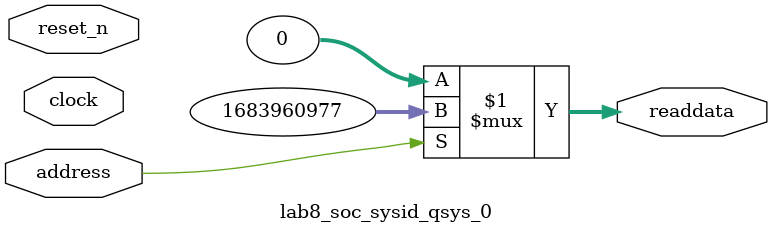
<source format=v>



// synthesis translate_off
`timescale 1ns / 1ps
// synthesis translate_on

// turn off superfluous verilog processor warnings 
// altera message_level Level1 
// altera message_off 10034 10035 10036 10037 10230 10240 10030 

module lab8_soc_sysid_qsys_0 (
               // inputs:
                address,
                clock,
                reset_n,

               // outputs:
                readdata
             )
;

  output  [ 31: 0] readdata;
  input            address;
  input            clock;
  input            reset_n;

  wire    [ 31: 0] readdata;
  //control_slave, which is an e_avalon_slave
  assign readdata = address ? 1683960977 : 0;

endmodule



</source>
